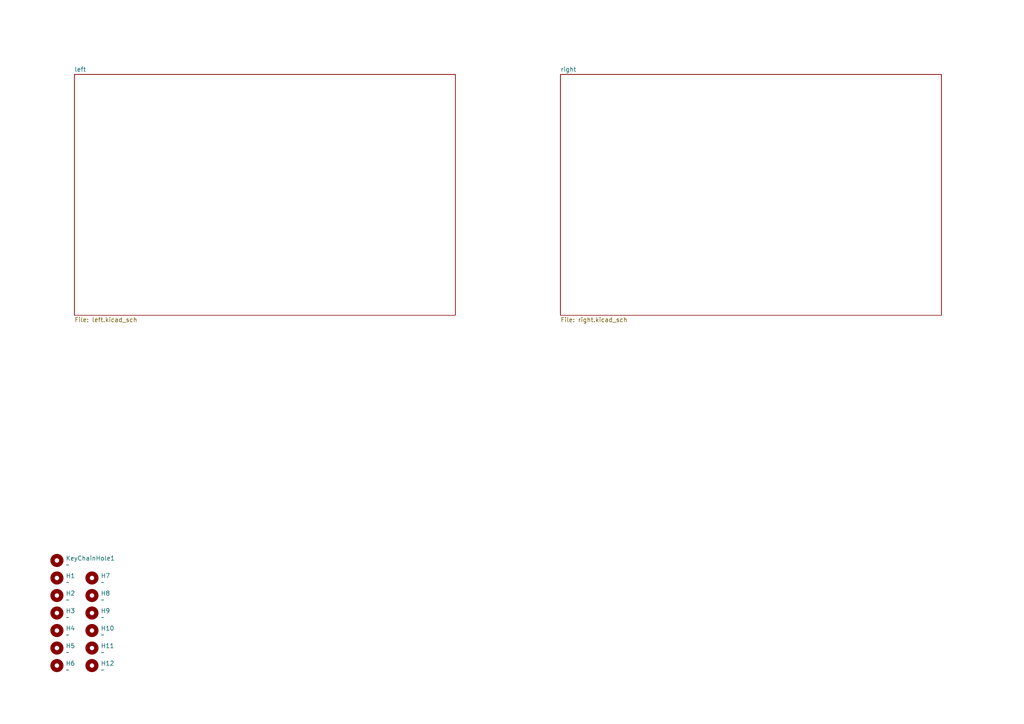
<source format=kicad_sch>
(kicad_sch (version 20250114) (generator "eeschema") (generator_version "9.0")
  (paper "A4")
  (lib_symbols
    (symbol "kometa:Hole"
      (property "Reference" "H" (at 3.048 0 0))
      (symbol "Hole_0_1"
        (circle (center 0 0) (radius 1.27) (stroke (width 1.27)))
      )
    )
  )
  (symbol (lib_id "kometa:Hole") (at 16.51 177.8 0) (unit 1)
    (property "Reference" "H3" (at 19.05 177.1649 0) (effects (justify left)))
    (property "Value" "~" (at 19.05 179.07 0) (effects (justify left)))
    (property "Footprint" "kometa:M2 Hole" (effects (hide yes)))
  )
  (symbol (lib_id "kometa:Hole") (at 26.67 187.96 0) (unit 1)
    (property "Reference" "H11" (at 29.21 187.3249 0) (effects (justify left)))
    (property "Value" "~" (at 29.21 189.23 0) (effects (justify left)))
    (property "Footprint" "kometa:M2 Hole" (effects (hide yes)))
  )
  (symbol (lib_id "kometa:Hole") (at 26.67 177.8 0) (unit 1)
    (property "Reference" "H9" (at 29.21 177.1649 0) (effects (justify left)))
    (property "Value" "~" (at 29.21 179.07 0) (effects (justify left)))
    (property "Footprint" "kometa:M2 Hole" (effects (hide yes)))
  )
  (symbol (lib_id "kometa:Hole") (at 26.67 193.04 0) (unit 1)
    (property "Reference" "H12" (at 29.21 192.4049 0) (effects (justify left)))
    (property "Value" "~" (at 29.21 194.31 0) (effects (justify left)))
    (property "Footprint" "kometa:M2 Hole" (effects (hide yes)))
  )
  (symbol (lib_id "kometa:Hole") (at 16.51 162.56 0) (unit 1)
    (property "Reference" "KeyChainHole1" (at 19.05 161.9249 0) (effects (justify left)))
    (property "Value" "~" (at 19.05 163.83 0) (effects (justify left)))
    (property "Footprint" "kometa:M5 hole" (effects (hide yes)))
  )
  (symbol (lib_id "kometa:Hole") (at 26.67 172.72 0) (unit 1)
    (property "Reference" "H8" (at 29.21 172.0849 0) (effects (justify left)))
    (property "Value" "~" (at 29.21 173.99 0) (effects (justify left)))
    (property "Footprint" "kometa:M2 Hole" (effects (hide yes)))
  )
  (symbol (lib_id "kometa:Hole") (at 26.67 182.88 0) (unit 1)
    (property "Reference" "H10" (at 29.21 182.2449 0) (effects (justify left)))
    (property "Value" "~" (at 29.21 184.15 0) (effects (justify left)))
    (property "Footprint" "kometa:M2 Hole" (effects (hide yes)))
  )
  (symbol (lib_id "kometa:Hole") (at 26.67 167.64 0) (unit 1)
    (property "Reference" "H7" (at 29.21 167.0049 0) (effects (justify left)))
    (property "Value" "~" (at 29.21 168.91 0) (effects (justify left)))
    (property "Footprint" "kometa:M2 Hole" (effects (hide yes)))
  )
  (symbol (lib_id "kometa:Hole") (at 16.51 172.72 0) (unit 1)
    (property "Reference" "H2" (at 19.05 172.0849 0) (effects (justify left)))
    (property "Value" "~" (at 19.05 173.99 0) (effects (justify left)))
    (property "Footprint" "kometa:M2 Hole" (effects (hide yes)))
  )
  (symbol (lib_id "kometa:Hole") (at 16.51 167.64 0) (unit 1)
    (property "Reference" "H1" (at 19.05 167.0049 0) (effects (justify left)))
    (property "Value" "~" (at 19.05 168.91 0) (effects (justify left)))
    (property "Footprint" "kometa:M2 Hole" (effects (hide yes)))
  )
  (symbol (lib_id "kometa:Hole") (at 16.51 193.04 0) (unit 1)
    (property "Reference" "H6" (at 19.05 192.4049 0) (effects (justify left)))
    (property "Value" "~" (at 19.05 194.31 0) (effects (justify left)))
    (property "Footprint" "kometa:M2 Hole" (effects (hide yes)))
  )
  (symbol (lib_id "kometa:Hole") (at 16.51 182.88 0) (unit 1)
    (property "Reference" "H4" (at 19.05 182.2449 0) (effects (justify left)))
    (property "Value" "~" (at 19.05 184.15 0) (effects (justify left)))
    (property "Footprint" "kometa:M2 Hole" (effects (hide yes)))
  )
  (symbol (lib_id "kometa:Hole") (at 16.51 187.96 0) (unit 1)
    (property "Reference" "H5" (at 19.05 187.3249 0) (effects (justify left)))
    (property "Value" "~" (at 19.05 189.23 0) (effects (justify left)))
    (property "Footprint" "kometa:M2 Hole" (effects (hide yes)))
  )
  (sheet (at 21.59 21.59) (size 110.49 69.85) (stroke (width 0.1524))
    (property "Sheetname" "left" (at 21.59 20.8784 0) (effects (justify left bottom)))
    (property "Sheetfile" "left.kicad_sch" (at 21.59 92.0246 0) (effects (justify left top)))
  )
  (sheet (at 162.56 21.59) (size 110.49 69.85) (stroke (width 0.1524))
    (property "Sheetname" "right" (at 162.56 20.8784 0) (effects (justify left bottom)))
    (property "Sheetfile" "right.kicad_sch" (at 162.56 92.0246 0) (effects (justify left top)))
  )
)
</source>
